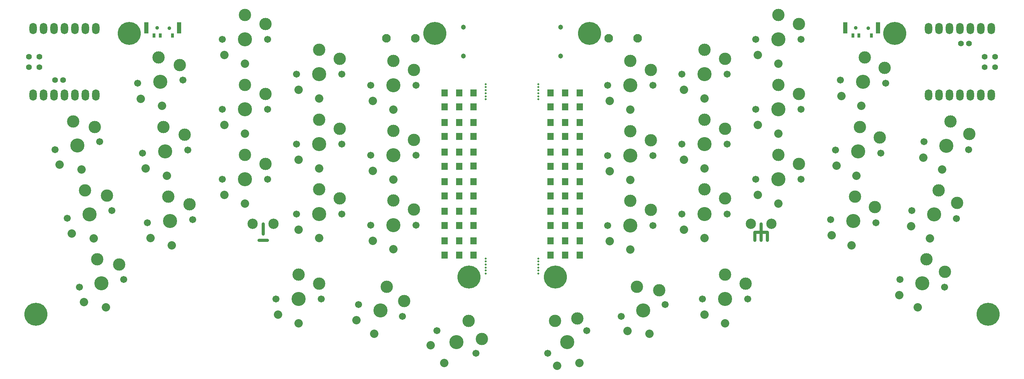
<source format=gts>
G04 #@! TF.GenerationSoftware,KiCad,Pcbnew,9.0.3*
G04 #@! TF.CreationDate,2025-07-20T15:55:04+08:00*
G04 #@! TF.ProjectId,totem_0_3,746f7465-6d5f-4305-9f33-2e6b69636164,0.3*
G04 #@! TF.SameCoordinates,Original*
G04 #@! TF.FileFunction,Soldermask,Top*
G04 #@! TF.FilePolarity,Negative*
%FSLAX46Y46*%
G04 Gerber Fmt 4.6, Leading zero omitted, Abs format (unit mm)*
G04 Created by KiCad (PCBNEW 9.0.3) date 2025-07-20 15:55:04*
%MOMM*%
%LPD*%
G01*
G04 APERTURE LIST*
%ADD10C,0.750000*%
%ADD11C,5.600000*%
%ADD12R,1.500000X1.800000*%
%ADD13C,0.500000*%
%ADD14C,3.000000*%
%ADD15C,1.701800*%
%ADD16C,3.429000*%
%ADD17C,2.032000*%
%ADD18C,2.100000*%
%ADD19O,1.800000X2.750000*%
%ADD20C,1.397000*%
%ADD21C,2.500000*%
%ADD22C,1.200000*%
%ADD23C,0.900000*%
%ADD24R,0.700000X1.000000*%
%ADD25R,1.000000X2.800000*%
G04 APERTURE END LIST*
D10*
X212000000Y-101000000D02*
X212000000Y-103000000D01*
X209000000Y-101000000D02*
X209000000Y-103000000D01*
X89500000Y-99000000D02*
X89500000Y-101500000D01*
X88500000Y-103000000D02*
X90500000Y-103000000D01*
X210500000Y-99000000D02*
X210500000Y-103000000D01*
X209000000Y-101000000D02*
X212000000Y-101000000D01*
D11*
X34300000Y-121014348D03*
D12*
X159322435Y-103194348D03*
X159322435Y-106594348D03*
D13*
X156392565Y-110394348D03*
X156392565Y-109654348D03*
X156392565Y-111134348D03*
X156392565Y-108174348D03*
X156392565Y-108914348D03*
X156392565Y-107434348D03*
D12*
X140677565Y-67194348D03*
X140677565Y-70594348D03*
D14*
X66487514Y-92428842D03*
D15*
X61415963Y-98748009D03*
D16*
X66902565Y-98364348D03*
D14*
X71628798Y-94274700D03*
D15*
X72389167Y-97980687D03*
D17*
X67314128Y-104249976D03*
X62179819Y-102503874D03*
D12*
X159322435Y-81597348D03*
X159322435Y-84997348D03*
D15*
X59044212Y-64830392D03*
D14*
X64115763Y-58511225D03*
D15*
X70017416Y-64063070D03*
D16*
X64530814Y-64446731D03*
D14*
X69257047Y-60357083D03*
D17*
X64942377Y-70332359D03*
X59808068Y-68586257D03*
D12*
X159322435Y-74393348D03*
X159322435Y-77793348D03*
D16*
X181877565Y-120089348D03*
D14*
X185736623Y-115173031D03*
D15*
X187190157Y-118665843D03*
D14*
X180337592Y-114342089D03*
D15*
X176564973Y-121512853D03*
D17*
X183404597Y-125788310D03*
X178031448Y-125053961D03*
D16*
X44350509Y-79997401D03*
D14*
X43317302Y-74137795D03*
D15*
X38934066Y-80952466D03*
D14*
X48623367Y-75436131D03*
D15*
X49766952Y-79042336D03*
D17*
X45375033Y-85807767D03*
X40086333Y-84607911D03*
D12*
X162872435Y-67194348D03*
X162872435Y-70594348D03*
X133577565Y-95995348D03*
X133577565Y-99395348D03*
D18*
X173500000Y-53850000D03*
X180500000Y-53850000D03*
D12*
X162872435Y-74393348D03*
X162872435Y-77793348D03*
D19*
X266420000Y-51505000D03*
X263880000Y-51505000D03*
X261340000Y-51505000D03*
X258800000Y-51505000D03*
X256260000Y-51505000D03*
X253720000Y-51505000D03*
X251180000Y-51505000D03*
X251180000Y-67695000D03*
X253720000Y-67695000D03*
X256260000Y-67695000D03*
X258800000Y-67695000D03*
X261340000Y-67695000D03*
X263880000Y-67695000D03*
X266420000Y-67695000D03*
D20*
X267372000Y-58330000D03*
X267372000Y-60870000D03*
X264832000Y-58330000D03*
X264832000Y-60870000D03*
X259117000Y-55155000D03*
X261022000Y-55155000D03*
D12*
X162872435Y-103194348D03*
X162872435Y-106594348D03*
X166422435Y-95995348D03*
X166422435Y-99395348D03*
X166422435Y-81597348D03*
X166422435Y-84997348D03*
D11*
X131200000Y-52700000D03*
D15*
X123340157Y-121512853D03*
D16*
X118027565Y-120089348D03*
D14*
X123827766Y-117761221D03*
D15*
X112714973Y-118665843D03*
D14*
X119567538Y-114342089D03*
D17*
X116500533Y-125788310D03*
X112214423Y-122465771D03*
D16*
X47302565Y-96739348D03*
D15*
X52719008Y-95784283D03*
D14*
X51575423Y-92178078D03*
D15*
X41886122Y-97694413D03*
D14*
X46269358Y-90879742D03*
D17*
X48327089Y-102549714D03*
X43038389Y-101349858D03*
D14*
X121129205Y-76374769D03*
D15*
X115629205Y-82324769D03*
X126629205Y-82324769D03*
D14*
X126129205Y-78574769D03*
D16*
X121129205Y-82324769D03*
D17*
X121129205Y-88224769D03*
X116129205Y-86124769D03*
D12*
X166422435Y-67194348D03*
X166422435Y-70594348D03*
X140677565Y-103194348D03*
X140677565Y-106594348D03*
D11*
X139500000Y-112000000D03*
D12*
X159322435Y-88796348D03*
X159322435Y-92196348D03*
X133577565Y-67194348D03*
X133577565Y-70594348D03*
X137127565Y-74393348D03*
X137127565Y-77793348D03*
D15*
X44838180Y-114436364D03*
D14*
X49221416Y-107621693D03*
X54527481Y-108920029D03*
D15*
X55671066Y-112526234D03*
D16*
X50254623Y-113481299D03*
D17*
X51279147Y-119291665D03*
X45990447Y-118091809D03*
D16*
X252600506Y-96756297D03*
D15*
X247184063Y-95801232D03*
X258016949Y-97711362D03*
D14*
X258175725Y-93931509D03*
X253633713Y-90896691D03*
D17*
X251575982Y-102566663D03*
X247016604Y-99630326D03*
D12*
X166422435Y-103194348D03*
X166422435Y-106594348D03*
D14*
X196753205Y-56654447D03*
X201753205Y-58854447D03*
D16*
X196753205Y-62604447D03*
D15*
X191253205Y-62604447D03*
X202253205Y-62604447D03*
D17*
X196753205Y-68504447D03*
X191753205Y-66404447D03*
D19*
X33580000Y-67695000D03*
X36120000Y-67695000D03*
X38660000Y-67695000D03*
X41200000Y-67695000D03*
X43740000Y-67695000D03*
X46280000Y-67695000D03*
X48820000Y-67695000D03*
X48820000Y-51505000D03*
X46280000Y-51505000D03*
X43740000Y-51505000D03*
X41200000Y-51505000D03*
X38660000Y-51505000D03*
X36120000Y-51505000D03*
X33580000Y-51505000D03*
D20*
X32628000Y-60870000D03*
X32628000Y-58330000D03*
X35168000Y-60870000D03*
X35168000Y-58330000D03*
X40883000Y-64045000D03*
X38978000Y-64045000D03*
D12*
X140677565Y-81592348D03*
X140677565Y-84992348D03*
X162872435Y-88796348D03*
X162872435Y-92196348D03*
X137127565Y-103194348D03*
X137127565Y-106594348D03*
X159322435Y-67194348D03*
X159322435Y-70594348D03*
D15*
X227430087Y-97987331D03*
D16*
X232916689Y-98370992D03*
D14*
X233331740Y-92435486D03*
D15*
X238403291Y-98754653D03*
D14*
X238166096Y-94978909D03*
D17*
X232505126Y-104256620D03*
X227663794Y-101812953D03*
D21*
X213000000Y-99000000D03*
D12*
X137127565Y-95995348D03*
X137127565Y-99395348D03*
D11*
X243000000Y-52700000D03*
D12*
X137127565Y-81597348D03*
X137127565Y-84997348D03*
X162872435Y-95995348D03*
X162872435Y-99395348D03*
X159322435Y-95995348D03*
X159322435Y-99395348D03*
D14*
X90129229Y-67418188D03*
X85129229Y-65218188D03*
D15*
X90629229Y-71168188D03*
D16*
X85129229Y-71168188D03*
D15*
X79629229Y-71168188D03*
D17*
X85129229Y-77068188D03*
X80129229Y-74968188D03*
D15*
X173253285Y-99410067D03*
D16*
X178753285Y-99410067D03*
D14*
X178753285Y-93460067D03*
D15*
X184253285Y-99410067D03*
D14*
X183753285Y-95660067D03*
D17*
X178753285Y-105310067D03*
X173753285Y-103210067D03*
D22*
X161800000Y-51200000D03*
X161800000Y-58200000D03*
D14*
X90129229Y-50417968D03*
D15*
X79629229Y-54167968D03*
X90629229Y-54167968D03*
D14*
X85129229Y-48217968D03*
D16*
X85129229Y-54167968D03*
D17*
X85129229Y-60067968D03*
X80129229Y-57967968D03*
D15*
X250136122Y-79059283D03*
D16*
X255552565Y-80014348D03*
D15*
X260969008Y-80969413D03*
D14*
X256585772Y-74154742D03*
X261127784Y-77189560D03*
D17*
X254528041Y-85824714D03*
X249968663Y-82888377D03*
D21*
X92000000Y-99000000D03*
D18*
X126500000Y-53850000D03*
X119500000Y-53850000D03*
D14*
X201753205Y-75854667D03*
D15*
X191253205Y-79604667D03*
X202253205Y-79604667D03*
D16*
X196753205Y-79604667D03*
D14*
X196753205Y-73654667D03*
D17*
X196753205Y-85504667D03*
X191753205Y-83404667D03*
D12*
X133577565Y-74393348D03*
X133577565Y-77793348D03*
D14*
X183753285Y-78659847D03*
X178753285Y-76459847D03*
D15*
X173253285Y-82409847D03*
X184253285Y-82409847D03*
D16*
X178753285Y-82409847D03*
D17*
X178753285Y-88309847D03*
X173753285Y-86209847D03*
D12*
X133577565Y-103194348D03*
X133577565Y-106594348D03*
X137127565Y-88796348D03*
X137127565Y-92196348D03*
D14*
X142682692Y-127016753D03*
D15*
X131714425Y-125014348D03*
X141240705Y-130514348D03*
D16*
X136477565Y-127764348D03*
D14*
X139452565Y-122611497D03*
D17*
X133527565Y-132873898D03*
X130247438Y-128555245D03*
D14*
X108129241Y-75854667D03*
X103129241Y-73654667D03*
D15*
X108629241Y-79604667D03*
X97629241Y-79604667D03*
D16*
X103129241Y-79604667D03*
D17*
X103129241Y-85504667D03*
X98129241Y-83404667D03*
D13*
X143597565Y-107434348D03*
X143597565Y-108914348D03*
X143597565Y-110394348D03*
X143597565Y-108174348D03*
X143597565Y-111134348D03*
X143597565Y-109654348D03*
D21*
X208000000Y-99000000D03*
D11*
X57000000Y-52700000D03*
D16*
X214753165Y-71168188D03*
D14*
X219753165Y-67418188D03*
X214753165Y-65218188D03*
D15*
X220253165Y-71168188D03*
X209253165Y-71168188D03*
D17*
X214753165Y-77068188D03*
X209753165Y-74968188D03*
D11*
X160500000Y-112000000D03*
D14*
X90129229Y-84418408D03*
X85129229Y-82218408D03*
D15*
X79629229Y-88168408D03*
X90629229Y-88168408D03*
D16*
X85129229Y-88168408D03*
D17*
X85129229Y-94068408D03*
X80129229Y-91968408D03*
D21*
X87000000Y-99000000D03*
D12*
X140677565Y-74393348D03*
X140677565Y-77793348D03*
D13*
X143627565Y-68734348D03*
X143627565Y-67254348D03*
X143627565Y-67994348D03*
X143627565Y-65034348D03*
X143627565Y-66514348D03*
X143627565Y-65774348D03*
D12*
X166422435Y-88796348D03*
X166422435Y-92196348D03*
X166422435Y-74393348D03*
X166422435Y-77793348D03*
D11*
X168800000Y-52700000D03*
D16*
X98103165Y-117314348D03*
D14*
X98103165Y-111364348D03*
X103103165Y-113564348D03*
D15*
X103603165Y-117314348D03*
X92603165Y-117314348D03*
D17*
X98103165Y-123214348D03*
X93103165Y-121114348D03*
D15*
X115629205Y-99324989D03*
D14*
X121129205Y-93374989D03*
X126129205Y-95574989D03*
D16*
X121129205Y-99324989D03*
D15*
X126629205Y-99324989D03*
D17*
X121129205Y-105224989D03*
X116129205Y-103124989D03*
D14*
X126129205Y-61574549D03*
X121129205Y-59374549D03*
D16*
X121129205Y-65324549D03*
D15*
X115629205Y-65324549D03*
X126629205Y-65324549D03*
D17*
X121129205Y-71224549D03*
X116129205Y-69124549D03*
D12*
X140677565Y-88796348D03*
X140677565Y-92196348D03*
X133577565Y-81597348D03*
X133577565Y-84997348D03*
D14*
X250681658Y-107638639D03*
D16*
X249648451Y-113498245D03*
D15*
X255064894Y-114453310D03*
X244232008Y-112543180D03*
D14*
X255223670Y-110673457D03*
D17*
X248623927Y-119308611D03*
X244064549Y-116372274D03*
D16*
X235288440Y-64453375D03*
D15*
X229801838Y-64069714D03*
D14*
X235703491Y-58517869D03*
X240537847Y-61061292D03*
D15*
X240775042Y-64837036D03*
D17*
X234876877Y-70339003D03*
X230035545Y-67895336D03*
D14*
X206778165Y-113564348D03*
D15*
X207278165Y-117314348D03*
D16*
X201778165Y-117314348D03*
D15*
X196278165Y-117314348D03*
D14*
X201778165Y-111364348D03*
D17*
X201778165Y-123214348D03*
X196778165Y-121114348D03*
D12*
X133577565Y-88796348D03*
X133577565Y-92196348D03*
D15*
X209253165Y-54167968D03*
D14*
X214753165Y-48217968D03*
D16*
X214753165Y-54167968D03*
D15*
X220253165Y-54167968D03*
D14*
X219753165Y-50417968D03*
D17*
X214753165Y-60067968D03*
X209753165Y-57967968D03*
D16*
X214753165Y-88168408D03*
D15*
X209253165Y-88168408D03*
D14*
X219753165Y-84418408D03*
D15*
X220253165Y-88168408D03*
D14*
X214753165Y-82218408D03*
D17*
X214753165Y-94068408D03*
X209753165Y-91968408D03*
D12*
X137127565Y-67194348D03*
X137127565Y-70594348D03*
D22*
X138200000Y-58200000D03*
X138200000Y-51200000D03*
D12*
X140677565Y-95995348D03*
X140677565Y-99395348D03*
D15*
X97629241Y-96604887D03*
X108629241Y-96604887D03*
D14*
X108129241Y-92854887D03*
D16*
X103129241Y-96604887D03*
D14*
X103129241Y-90654887D03*
D17*
X103129241Y-102504887D03*
X98129241Y-100404887D03*
D13*
X156422565Y-67254348D03*
X156422565Y-68734348D03*
X156422565Y-67994348D03*
X156422565Y-65034348D03*
X156422565Y-65774348D03*
X156422565Y-66514348D03*
D16*
X163427203Y-127764348D03*
D15*
X168190343Y-125014348D03*
D14*
X160452203Y-122611497D03*
D15*
X158664063Y-130514348D03*
D14*
X165882330Y-122016753D03*
D17*
X166377203Y-132873898D03*
X160997076Y-133555245D03*
D15*
X239589167Y-81795845D03*
D16*
X234102565Y-81412184D03*
D14*
X234517616Y-75476678D03*
X239351972Y-78020101D03*
D15*
X228615963Y-81028523D03*
D17*
X233691002Y-87297812D03*
X228849670Y-84854145D03*
D11*
X265700000Y-121000000D03*
D23*
X66750000Y-51400000D03*
X63750000Y-51350000D03*
D24*
X67500000Y-53200000D03*
X64500000Y-53200000D03*
X63000000Y-53200000D03*
D25*
X69100000Y-51300000D03*
X61150000Y-51300000D03*
D14*
X196753205Y-90654887D03*
D15*
X202253205Y-96604887D03*
D16*
X196753205Y-96604887D03*
D14*
X201753205Y-92854887D03*
D15*
X191253205Y-96604887D03*
D17*
X196753205Y-102504887D03*
X191753205Y-100404887D03*
D12*
X162872435Y-81597348D03*
X162872435Y-84997348D03*
D14*
X70442923Y-77315891D03*
D16*
X65716690Y-81405539D03*
D15*
X60230088Y-81789200D03*
D14*
X65301639Y-75470033D03*
D15*
X71203292Y-81021878D03*
D17*
X66128253Y-87291167D03*
X60993944Y-85545065D03*
D14*
X183753245Y-61574549D03*
D15*
X173253245Y-65324549D03*
D14*
X178753245Y-59374549D03*
D16*
X178753245Y-65324549D03*
D15*
X184253245Y-65324549D03*
D17*
X178753245Y-71224549D03*
X173753245Y-69124549D03*
D23*
X236550000Y-51400000D03*
X233550000Y-51350000D03*
D24*
X237300000Y-53200000D03*
X234300000Y-53200000D03*
X232800000Y-53200000D03*
D25*
X230950000Y-51300000D03*
X238900000Y-51300000D03*
D14*
X103129241Y-56654447D03*
X108129241Y-58854447D03*
D15*
X108629241Y-62604447D03*
X97629241Y-62604447D03*
D16*
X103129241Y-62604447D03*
D17*
X103129241Y-68504447D03*
X98129241Y-66404447D03*
M02*

</source>
